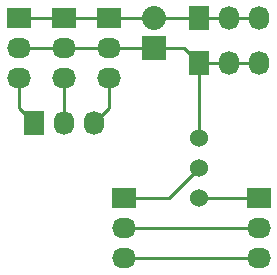
<source format=gtl>
G04 #@! TF.FileFunction,Copper,L1,Top,Signal*
%FSLAX46Y46*%
G04 Gerber Fmt 4.6, Leading zero omitted, Abs format (unit mm)*
G04 Created by KiCad (PCBNEW 4.0.1-stable) date 12/29/2015 3:52:51 AM*
%MOMM*%
G01*
G04 APERTURE LIST*
%ADD10C,0.100000*%
%ADD11R,2.032000X2.032000*%
%ADD12O,2.032000X2.032000*%
%ADD13R,1.727200X2.032000*%
%ADD14O,1.727200X2.032000*%
%ADD15R,2.032000X1.727200*%
%ADD16O,2.032000X1.727200*%
%ADD17C,1.524000*%
%ADD18C,0.250000*%
G04 APERTURE END LIST*
D10*
D11*
X64770000Y-55880000D03*
D12*
X64770000Y-53340000D03*
D13*
X54610000Y-62230000D03*
D14*
X57150000Y-62230000D03*
X59690000Y-62230000D03*
D15*
X62230000Y-68580000D03*
D16*
X62230000Y-71120000D03*
X62230000Y-73660000D03*
D15*
X53340000Y-53340000D03*
D16*
X53340000Y-55880000D03*
X53340000Y-58420000D03*
D15*
X57150000Y-53340000D03*
D16*
X57150000Y-55880000D03*
X57150000Y-58420000D03*
D15*
X60960000Y-53340000D03*
D16*
X60960000Y-55880000D03*
X60960000Y-58420000D03*
D15*
X73660000Y-68580000D03*
D16*
X73660000Y-71120000D03*
X73660000Y-73660000D03*
D17*
X68580000Y-66040000D03*
X68580000Y-63500000D03*
X68580000Y-68580000D03*
D13*
X68580000Y-57150000D03*
D14*
X71120000Y-57150000D03*
X73660000Y-57150000D03*
D13*
X68580000Y-53340000D03*
D14*
X71120000Y-53340000D03*
X73660000Y-53340000D03*
D18*
X68580000Y-57150000D02*
X71120000Y-57150000D01*
X73660000Y-57150000D02*
X71120000Y-57150000D01*
X68580000Y-63500000D02*
X68580000Y-57150000D01*
X68580000Y-57150000D02*
X67310000Y-55880000D01*
X67310000Y-55880000D02*
X64770000Y-55880000D01*
X66040000Y-55880000D02*
X57150000Y-55880000D01*
X57150000Y-55880000D02*
X53340000Y-55880000D01*
X71120000Y-53340000D02*
X68580000Y-53340000D01*
X73660000Y-53340000D02*
X71120000Y-53340000D01*
X64770000Y-53340000D02*
X68580000Y-53340000D01*
X66040000Y-53340000D02*
X60960000Y-53340000D01*
X60960000Y-53340000D02*
X57150000Y-53340000D01*
X57150000Y-53340000D02*
X53340000Y-53340000D01*
X54610000Y-62230000D02*
X53340000Y-60960000D01*
X53340000Y-60960000D02*
X53340000Y-58420000D01*
X57150000Y-62230000D02*
X57150000Y-58420000D01*
X59690000Y-62230000D02*
X60960000Y-60960000D01*
X60960000Y-60960000D02*
X60960000Y-58420000D01*
X62230000Y-68580000D02*
X66040000Y-68580000D01*
X66040000Y-68580000D02*
X68580000Y-66040000D01*
X73660000Y-71120000D02*
X62230000Y-71120000D01*
X62230000Y-73660000D02*
X73660000Y-73660000D01*
X68580000Y-68580000D02*
X73660000Y-68580000D01*
M02*

</source>
